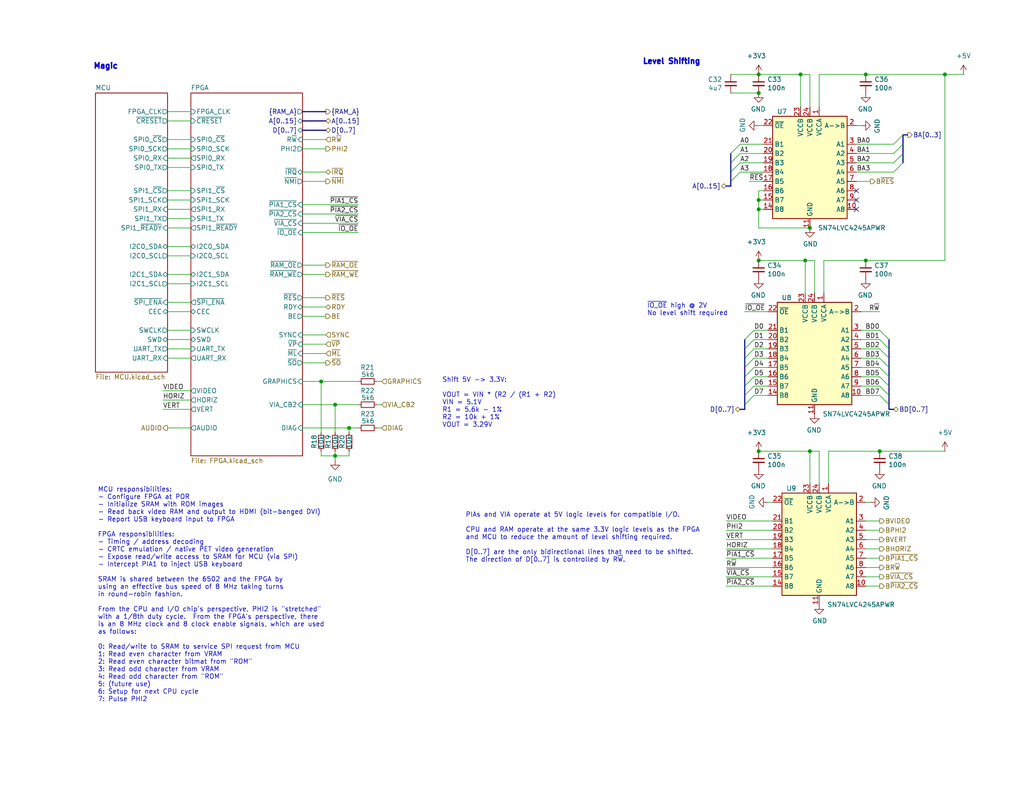
<source format=kicad_sch>
(kicad_sch (version 20231120) (generator "eeschema") (generator_version "8.0")
  (paper "A")
  (title_block (title "EconoPET 40/8096") (date "2023-10-01") (rev "A"))
  (lib_symbols
    (symbol "Device:C_Small" (pin_numbers hide) (pin_names (offset 0.254) hide)
      (property "Reference" "C" (at 0.254 1.778 0))
      (property "Value" "C_Small" (at 0.254 -2.032 0))
      (symbol "C_Small_0_1"
        (polyline (pts (xy -1.524 -0.508) (xy 1.524 -0.508)) (stroke (width 0.3302)))
        (polyline (pts (xy -1.524 0.508) (xy 1.524 0.508)) (stroke (width 0.3048)))
      )
      (symbol "C_Small_1_1"
        (pin passive line (at 0 2.54 270) (length 2.032) (name "~") (number "1"))
        (pin passive line (at 0 -2.54 90) (length 2.032) (name "~") (number "2"))
      )
    )
    (symbol "Device:R_Small" (pin_numbers hide) (pin_names (offset 0.254) hide)
      (property "Reference" "R" (at 0.762 0.508 0))
      (property "Value" "R_Small" (at 0.762 -1.016 0))
      (symbol "R_Small_0_1"
        (rectangle (start -0.762 1.778) (end 0.762 -1.778) (stroke (width 0.2032)))
      )
      (symbol "R_Small_1_1"
        (pin passive line (at 0 2.54 270) (length 0.762) (name "~") (number "1"))
        (pin passive line (at 0 -2.54 90) (length 0.762) (name "~") (number "2"))
      )
    )
    (symbol "EconoPET:SN74LVC8T245"
      (property "Reference" "U" (at 7.62 13.97 0))
      (property "Value" "SN74LVC4245APWR" (at -11.43 -17.78 0))
      (symbol "SN74LVC8T245_0_1"
        (rectangle (start -10.16 12.7) (end 10.16 -15.24) (stroke (width 0.254)) (fill (type background)))
      )
      (symbol "SN74LVC8T245_1_1"
        (pin power_in line (at -2.54 15.24 270) (length 2.54) (name "VCCA") (number "1"))
        (pin bidirectional line (at -12.7 -12.7 0) (length 2.54) (name "A8") (number "10"))
        (pin power_in line (at 0 -17.78 90) (length 2.54) (name "GND") (number "11"))
        (pin passive line (at 0 -17.78 90) (length 2.54) hide (name "GND") (number "12"))
        (pin passive line (at 0 -17.78 90) (length 2.54) hide (name "GND") (number "13"))
        (pin bidirectional line (at 12.7 -12.7 180) (length 2.54) (name "B8") (number "14"))
        (pin bidirectional line (at 12.7 -10.16 180) (length 2.54) (name "B7") (number "15"))
        (pin bidirectional line (at 12.7 -7.62 180) (length 2.54) (name "B6") (number "16"))
        (pin bidirectional line (at 12.7 -5.08 180) (length 2.54) (name "B5") (number "17"))
        (pin bidirectional line (at 12.7 -2.54 180) (length 2.54) (name "B4") (number "18"))
        (pin bidirectional line (at 12.7 0 180) (length 2.54) (name "B3") (number "19"))
        (pin input line (at -12.7 10.16 0) (length 2.54) (name "A->B") (number "2"))
        (pin bidirectional line (at 12.7 2.54 180) (length 2.54) (name "B2") (number "20"))
        (pin bidirectional line (at 12.7 5.08 180) (length 2.54) (name "B1") (number "21"))
        (pin input line (at 12.7 10.16 180) (length 2.54) (name "~{OE}") (number "22"))
        (pin power_in line (at 2.54 15.24 270) (length 2.54) (name "VCCB") (number "23"))
        (pin power_in line (at 0 15.24 270) (length 2.54) (name "VCCB") (number "24"))
        (pin bidirectional line (at -12.7 5.08 0) (length 2.54) (name "A1") (number "3"))
        (pin bidirectional line (at -12.7 2.54 0) (length 2.54) (name "A2") (number "4"))
        (pin bidirectional line (at -12.7 0 0) (length 2.54) (name "A3") (number "5"))
        (pin bidirectional line (at -12.7 -2.54 0) (length 2.54) (name "A4") (number "6"))
        (pin bidirectional line (at -12.7 -5.08 0) (length 2.54) (name "A5") (number "7"))
        (pin bidirectional line (at -12.7 -7.62 0) (length 2.54) (name "A6") (number "8"))
        (pin bidirectional line (at -12.7 -10.16 0) (length 2.54) (name "A7") (number "9"))
      )
    )
    (symbol "power:+3V3" (power) (pin_numbers hide) (pin_names (offset 0) hide)
      (property "Value" "+3V3" (at 0 3.556 0))
      (symbol "+3V3_0_1"
        (polyline (pts (xy -0.762 1.27) (xy 0 2.54)))
        (polyline (pts (xy 0 0) (xy 0 2.54)))
        (polyline (pts (xy 0 2.54) (xy 0.762 1.27)))
      )
      (symbol "+3V3_1_1"
        (pin power_in line (at 0 0 90) (length 0) (name "~") (number "1"))
      )
    )
    (symbol "power:+5V" (power) (pin_numbers hide) (pin_names (offset 0) hide)
      (property "Value" "+5V" (at 0 3.556 0))
      (symbol "+5V_0_1"
        (polyline (pts (xy -0.762 1.27) (xy 0 2.54)))
        (polyline (pts (xy 0 0) (xy 0 2.54)))
        (polyline (pts (xy 0 2.54) (xy 0.762 1.27)))
      )
      (symbol "+5V_1_1"
        (pin power_in line (at 0 0 90) (length 0) (name "~") (number "1"))
      )
    )
    (symbol "power:GND" (power) (pin_numbers hide) (pin_names (offset 0) hide)
      (property "Value" "GND" (at 0 -3.81 0))
      (symbol "GND_0_1"
        (polyline (pts (xy 0 0) (xy 0 -1.27) (xy 1.27 -1.27) (xy 0 -2.54) (xy -1.27 -1.27) (xy 0 -1.27)))
      )
      (symbol "GND_1_1"
        (pin power_in line (at 0 0 270) (length 0) (name "~") (number "1"))
      )
    )
  )
  (junction (at 218.44 20.32))
  (junction (at 207.01 57.15))
  (junction (at 220.98 62.23))
  (junction (at 91.44 124.46))
  (junction (at 207.01 71.12))
  (junction (at 207.01 20.32))
  (junction (at 236.22 20.32))
  (junction (at 219.71 71.12))
  (junction (at 207.01 123.19))
  (junction (at 91.44 110.49))
  (junction (at 257.81 20.32))
  (junction (at 220.98 123.19))
  (junction (at 207.01 54.61))
  (junction (at 236.22 71.12))
  (junction (at 95.25 116.84))
  (junction (at 87.63 104.14))
  (junction (at 240.03 123.19))
  (junction (at 207.01 25.4))
  (no_connect (at 233.68 52.07))
  (no_connect (at 233.68 54.61))
  (no_connect (at 233.68 57.15))
  (bus_entry (at 240.03 90.17) (size 2.54 2.54))
  (bus_entry (at 205.74 102.87) (size -2.54 2.54))
  (bus_entry (at 243.84 39.37) (size 2.54 -2.54))
  (bus_entry (at 240.03 97.79) (size 2.54 2.54))
  (bus_entry (at 240.03 92.71) (size 2.54 2.54))
  (bus_entry (at 240.03 107.95) (size 2.54 2.54))
  (bus_entry (at 205.74 90.17) (size -2.54 2.54))
  (bus_entry (at 201.93 44.45) (size -2.54 2.54))
  (bus_entry (at 201.93 39.37) (size -2.54 2.54))
  (bus_entry (at 205.74 100.33) (size -2.54 2.54))
  (bus_entry (at 205.74 92.71) (size -2.54 2.54))
  (bus_entry (at 243.84 46.99) (size 2.54 -2.54))
  (bus_entry (at 240.03 105.41) (size 2.54 2.54))
  (bus_entry (at 205.74 107.95) (size -2.54 2.54))
  (bus_entry (at 205.74 95.25) (size -2.54 2.54))
  (bus_entry (at 243.84 44.45) (size 2.54 -2.54))
  (bus_entry (at 201.93 46.99) (size -2.54 2.54))
  (bus_entry (at 240.03 100.33) (size 2.54 2.54))
  (bus_entry (at 205.74 105.41) (size -2.54 2.54))
  (bus_entry (at 205.74 97.79) (size -2.54 2.54))
  (bus_entry (at 240.03 102.87) (size 2.54 2.54))
  (bus_entry (at 243.84 41.91) (size 2.54 -2.54))
  (bus_entry (at 201.93 41.91) (size -2.54 2.54))
  (bus_entry (at 240.03 95.25) (size 2.54 2.54))
  (wire (pts (xy 198.12 157.48) (xy 210.82 157.48)))
  (bus (pts (xy 201.93 111.76) (xy 203.2 111.76)))
  (wire (pts (xy 240.03 90.17) (xy 234.95 90.17)))
  (wire (pts (xy 257.81 20.32) (xy 262.89 20.32)))
  (wire (pts (xy 45.72 95.25) (xy 52.07 95.25)))
  (wire (pts (xy 82.55 116.84) (xy 95.25 116.84)))
  (wire (pts (xy 203.2 85.09) (xy 209.55 85.09)))
  (wire (pts (xy 82.55 46.99) (xy 88.9 46.99)))
  (wire (pts (xy 209.55 137.16) (xy 210.82 137.16)))
  (wire (pts (xy 205.74 107.95) (xy 209.55 107.95)))
  (wire (pts (xy 205.74 102.87) (xy 209.55 102.87)))
  (wire (pts (xy 45.72 43.18) (xy 52.07 43.18)))
  (wire (pts (xy 226.06 123.19) (xy 226.06 132.08)))
  (wire (pts (xy 102.87 104.14) (xy 104.14 104.14)))
  (wire (pts (xy 223.52 20.32) (xy 236.22 20.32)))
  (wire (pts (xy 82.55 91.44) (xy 88.9 91.44)))
  (wire (pts (xy 222.25 71.12) (xy 219.71 71.12)))
  (wire (pts (xy 233.68 39.37) (xy 243.84 39.37)))
  (wire (pts (xy 223.52 20.32) (xy 223.52 29.21)))
  (bus (pts (xy 203.2 92.71) (xy 203.2 95.25)))
  (bus (pts (xy 242.57 102.87) (xy 242.57 105.41)))
  (wire (pts (xy 240.03 100.33) (xy 234.95 100.33)))
  (wire (pts (xy 233.68 34.29) (xy 234.95 34.29)))
  (wire (pts (xy 82.55 49.53) (xy 88.9 49.53)))
  (wire (pts (xy 205.74 95.25) (xy 209.55 95.25)))
  (wire (pts (xy 102.87 110.49) (xy 104.14 110.49)))
  (wire (pts (xy 91.44 124.46) (xy 91.44 125.73)))
  (bus (pts (xy 203.2 105.41) (xy 203.2 107.95)))
  (wire (pts (xy 220.98 123.19) (xy 220.98 132.08)))
  (bus (pts (xy 199.39 44.45) (xy 199.39 41.91)))
  (wire (pts (xy 82.55 60.96) (xy 97.79 60.96)))
  (wire (pts (xy 218.44 20.32) (xy 218.44 29.21)))
  (wire (pts (xy 240.03 105.41) (xy 234.95 105.41)))
  (wire (pts (xy 82.55 99.06) (xy 88.9 99.06)))
  (wire (pts (xy 82.55 63.5) (xy 97.79 63.5)))
  (wire (pts (xy 198.12 154.94) (xy 210.82 154.94)))
  (wire (pts (xy 219.71 71.12) (xy 219.71 80.01)))
  (wire (pts (xy 207.01 54.61) (xy 208.28 54.61)))
  (wire (pts (xy 208.28 49.53) (xy 204.47 49.53)))
  (bus (pts (xy 199.39 49.53) (xy 199.39 50.8)))
  (wire (pts (xy 95.25 123.19) (xy 95.25 124.46)))
  (wire (pts (xy 207.01 54.61) (xy 207.01 57.15)))
  (wire (pts (xy 45.72 85.09) (xy 52.07 85.09)))
  (wire (pts (xy 45.72 67.31) (xy 52.07 67.31)))
  (wire (pts (xy 223.52 123.19) (xy 220.98 123.19)))
  (wire (pts (xy 82.55 72.39) (xy 88.9 72.39)))
  (wire (pts (xy 208.28 52.07) (xy 207.01 52.07)))
  (wire (pts (xy 208.28 39.37) (xy 201.93 39.37)))
  (bus (pts (xy 242.57 92.71) (xy 242.57 95.25)))
  (bus (pts (xy 246.38 41.91) (xy 246.38 44.45)))
  (wire (pts (xy 257.81 71.12) (xy 257.81 20.32)))
  (wire (pts (xy 205.74 100.33) (xy 209.55 100.33)))
  (wire (pts (xy 233.68 44.45) (xy 243.84 44.45)))
  (wire (pts (xy 82.55 55.88) (xy 97.79 55.88)))
  (wire (pts (xy 95.25 116.84) (xy 97.79 116.84)))
  (wire (pts (xy 91.44 110.49) (xy 97.79 110.49)))
  (wire (pts (xy 45.72 77.47) (xy 52.07 77.47)))
  (wire (pts (xy 201.93 46.99) (xy 208.28 46.99)))
  (wire (pts (xy 82.55 86.36) (xy 88.9 86.36)))
  (bus (pts (xy 203.2 95.25) (xy 203.2 97.79)))
  (wire (pts (xy 87.63 104.14) (xy 87.63 118.11)))
  (bus (pts (xy 242.57 105.41) (xy 242.57 107.95)))
  (wire (pts (xy 45.72 30.48) (xy 52.07 30.48)))
  (wire (pts (xy 207.01 71.12) (xy 219.71 71.12)))
  (wire (pts (xy 236.22 152.4) (xy 240.03 152.4)))
  (bus (pts (xy 203.2 102.87) (xy 203.2 105.41)))
  (wire (pts (xy 207.01 34.29) (xy 208.28 34.29)))
  (wire (pts (xy 207.01 123.19) (xy 220.98 123.19)))
  (wire (pts (xy 87.63 124.46) (xy 91.44 124.46)))
  (wire (pts (xy 102.87 116.84) (xy 104.14 116.84)))
  (wire (pts (xy 208.28 44.45) (xy 201.93 44.45)))
  (bus (pts (xy 242.57 97.79) (xy 242.57 100.33)))
  (wire (pts (xy 199.39 25.4) (xy 207.01 25.4)))
  (wire (pts (xy 208.28 41.91) (xy 201.93 41.91)))
  (bus (pts (xy 82.55 35.56) (xy 88.9 35.56)))
  (bus (pts (xy 243.84 111.76) (xy 242.57 111.76)))
  (bus (pts (xy 246.38 39.37) (xy 246.38 41.91)))
  (wire (pts (xy 91.44 123.19) (xy 91.44 124.46)))
  (wire (pts (xy 198.12 142.24) (xy 210.82 142.24)))
  (wire (pts (xy 205.74 105.41) (xy 209.55 105.41)))
  (bus (pts (xy 246.38 36.83) (xy 246.38 39.37)))
  (wire (pts (xy 199.39 20.32) (xy 207.01 20.32)))
  (wire (pts (xy 240.03 107.95) (xy 234.95 107.95)))
  (wire (pts (xy 198.12 160.02) (xy 210.82 160.02)))
  (wire (pts (xy 220.98 62.23) (xy 207.01 62.23)))
  (wire (pts (xy 240.03 97.79) (xy 234.95 97.79)))
  (wire (pts (xy 91.44 124.46) (xy 95.25 124.46)))
  (bus (pts (xy 199.39 46.99) (xy 199.39 44.45)))
  (wire (pts (xy 220.98 20.32) (xy 220.98 29.21)))
  (wire (pts (xy 87.63 104.14) (xy 97.79 104.14)))
  (wire (pts (xy 236.22 157.48) (xy 240.03 157.48)))
  (wire (pts (xy 210.82 144.78) (xy 198.12 144.78)))
  (wire (pts (xy 45.72 33.02) (xy 52.07 33.02)))
  (wire (pts (xy 240.03 123.19) (xy 257.81 123.19)))
  (wire (pts (xy 45.72 57.15) (xy 52.07 57.15)))
  (wire (pts (xy 207.01 57.15) (xy 208.28 57.15)))
  (wire (pts (xy 240.03 102.87) (xy 234.95 102.87)))
  (wire (pts (xy 45.72 38.1) (xy 52.07 38.1)))
  (wire (pts (xy 207.01 20.32) (xy 218.44 20.32)))
  (wire (pts (xy 205.74 97.79) (xy 209.55 97.79)))
  (wire (pts (xy 45.72 97.79) (xy 52.07 97.79)))
  (wire (pts (xy 198.12 152.4) (xy 210.82 152.4)))
  (wire (pts (xy 82.55 96.52) (xy 88.9 96.52)))
  (wire (pts (xy 240.03 92.71) (xy 234.95 92.71)))
  (wire (pts (xy 236.22 20.32) (xy 257.81 20.32)))
  (wire (pts (xy 233.68 46.99) (xy 243.84 46.99)))
  (wire (pts (xy 222.25 80.01) (xy 222.25 71.12)))
  (wire (pts (xy 224.79 71.12) (xy 236.22 71.12)))
  (wire (pts (xy 52.07 111.76) (xy 44.45 111.76)))
  (wire (pts (xy 95.25 116.84) (xy 95.25 118.11)))
  (bus (pts (xy 242.57 95.25) (xy 242.57 97.79)))
  (wire (pts (xy 233.68 41.91) (xy 243.84 41.91)))
  (wire (pts (xy 224.79 71.12) (xy 224.79 80.01)))
  (wire (pts (xy 205.74 90.17) (xy 209.55 90.17)))
  (wire (pts (xy 240.03 95.25) (xy 234.95 95.25)))
  (wire (pts (xy 82.55 110.49) (xy 91.44 110.49)))
  (wire (pts (xy 45.72 59.69) (xy 52.07 59.69)))
  (wire (pts (xy 237.49 137.16) (xy 236.22 137.16)))
  (bus (pts (xy 203.2 110.49) (xy 203.2 111.76)))
  (wire (pts (xy 45.72 54.61) (xy 52.07 54.61)))
  (wire (pts (xy 45.72 69.85) (xy 52.07 69.85)))
  (wire (pts (xy 82.55 58.42) (xy 97.79 58.42)))
  (wire (pts (xy 218.44 20.32) (xy 220.98 20.32)))
  (wire (pts (xy 45.72 116.84) (xy 52.07 116.84)))
  (wire (pts (xy 236.22 71.12) (xy 257.81 71.12)))
  (wire (pts (xy 236.22 154.94) (xy 240.03 154.94)))
  (bus (pts (xy 242.57 110.49) (xy 242.57 111.76)))
  (wire (pts (xy 82.55 83.82) (xy 88.9 83.82)))
  (wire (pts (xy 240.03 149.86) (xy 236.22 149.86)))
  (wire (pts (xy 52.07 109.22) (xy 44.45 109.22)))
  (bus (pts (xy 199.39 49.53) (xy 199.39 46.99)))
  (wire (pts (xy 236.22 142.24) (xy 240.03 142.24)))
  (wire (pts (xy 82.55 74.93) (xy 88.9 74.93)))
  (wire (pts (xy 45.72 74.93) (xy 52.07 74.93)))
  (wire (pts (xy 87.63 123.19) (xy 87.63 124.46)))
  (wire (pts (xy 210.82 147.32) (xy 198.12 147.32)))
  (wire (pts (xy 45.72 52.07) (xy 52.07 52.07)))
  (wire (pts (xy 226.06 123.19) (xy 240.03 123.19)))
  (wire (pts (xy 91.44 110.49) (xy 91.44 118.11)))
  (bus (pts (xy 203.2 100.33) (xy 203.2 102.87)))
  (wire (pts (xy 45.72 40.64) (xy 52.07 40.64)))
  (wire (pts (xy 207.01 52.07) (xy 207.01 54.61)))
  (bus (pts (xy 242.57 107.95) (xy 242.57 110.49)))
  (wire (pts (xy 82.55 104.14) (xy 87.63 104.14)))
  (wire (pts (xy 52.07 106.68) (xy 44.45 106.68)))
  (wire (pts (xy 236.22 160.02) (xy 240.03 160.02)))
  (wire (pts (xy 45.72 62.23) (xy 52.07 62.23)))
  (bus (pts (xy 203.2 107.95) (xy 203.2 110.49)))
  (bus (pts (xy 247.65 36.83) (xy 246.38 36.83)))
  (wire (pts (xy 82.55 38.1) (xy 88.9 38.1)))
  (bus (pts (xy 198.12 50.8) (xy 199.39 50.8)))
  (bus (pts (xy 82.55 33.02) (xy 88.9 33.02)))
  (wire (pts (xy 82.55 93.98) (xy 88.9 93.98)))
  (wire (pts (xy 45.72 82.55) (xy 52.07 82.55)))
  (wire (pts (xy 205.74 92.71) (xy 209.55 92.71)))
  (wire (pts (xy 207.01 62.23) (xy 207.01 57.15)))
  (wire (pts (xy 82.55 81.28) (xy 88.9 81.28)))
  (wire (pts (xy 45.72 90.17) (xy 52.07 90.17)))
  (bus (pts (xy 82.55 30.48) (xy 88.9 30.48)))
  (wire (pts (xy 236.22 144.78) (xy 240.03 144.78)))
  (bus (pts (xy 242.57 100.33) (xy 242.57 102.87)))
  (wire (pts (xy 82.55 40.64) (xy 88.9 40.64)))
  (wire (pts (xy 236.22 147.32) (xy 240.03 147.32)))
  (wire (pts (xy 210.82 149.86) (xy 198.12 149.86)))
  (wire (pts (xy 234.95 85.09) (xy 240.03 85.09)))
  (bus (pts (xy 203.2 97.79) (xy 203.2 100.33)))
  (wire (pts (xy 223.52 132.08) (xy 223.52 123.19)))
  (wire (pts (xy 45.72 45.72) (xy 52.07 45.72)))
  (wire (pts (xy 45.72 92.71) (xy 52.07 92.71)))
  (wire (pts (xy 233.68 49.53) (xy 237.49 49.53)))
  (text "PIAs and VIA operate at 5V logic levels for compatible I/O.\n\nCPU and RAM operate at the same 3.3V logic levels as the FPGA\nand MCU to reduce the amount of level shifting required.\n\nD[0..7] are the only bidirectional lines that need to be shifted.\nThe direction of D[0..7] is controlled by R~{W}." (at 127 153.67 0) (effects (font (size 1.27 1.27)) (justify left bottom)))
  (text "Level Shifting" (at 175.26 17.78 0) (effects (font (size 1.5 1.5) (thickness 0.8) (bold yes)) (justify left bottom)))
  (text "Magic" (at 25.4 19.05 0) (effects (font (size 1.5 1.5) (thickness 0.8) (bold yes)) (justify left bottom)))
  (text "MCU responsibilities:\n- Configure FPGA at POR\n- Initialize SRAM with ROM images\n- Read back video RAM and output to HDMI (bit-banged DVI)\n- Report USB keyboard input to FPGA\n\nFPGA responsibilities:\n- Timing / address decoding\n- CRTC emulation / native PET video generation\n- Expose read/write access to SRAM for MCU (via SPI)\n- Intercept PIA1 to inject USB keyboard\n\nSRAM is shared between the 6502 and the FPGA by\nusing an effective bus speed of 8 MHz taking turns\nin round-robin fashion.\n\nFrom the CPU and I/O chip's perspective, PHI2 is \"stretched\"\nwith a 1/8th duty cycle.  From the FPGA's perspective, there\nis an 8 MHz clock and 8 clock enable signals, which are used\nas follows:\n\n0: Read/write to SRAM to service SPI request from MCU\n1: Read even character from VRAM\n2: Read even character bitmat from \"ROM\"\n3: Read odd character from VRAM\n4: Read odd character from \"ROM\"\n5: (future use)\n6: Setup for next CPU cycle\n7: Pulse PHI2" (at 26.67 191.77 0) (effects (font (size 1.27 1.27)) (justify left bottom)))
  (text "~{IO_OE} high @ 2V\nNo level shift required" (at 176.53 86.36 0) (effects (font (size 1.27 1.27)) (justify left bottom)))
  (text "Shift 5V -> 3.3V:\n\nVOUT = VIN * (R2 / (R1 + R2)\nVIN = 5.1V\nR1 = 5.6k - 1%\nR2 = 10k + 1%\nVOUT = 3.29V" (at 120.65 116.84 0) (effects (font (size 1.27 1.27)) (justify left bottom)))
  (label "~{IO_OE}" (at 203.2 85.09 0))
  (label "~{IO_OE}" (at 97.79 63.5 180))
  (label "BA3" (at 237.49 46.99 180))
  (label "D7" (at 205.74 107.95 0))
  (label "D0" (at 205.74 90.17 0))
  (label "A1" (at 201.93 41.91 0))
  (label "BA1" (at 237.49 41.91 180))
  (label "BD5" (at 240.03 102.87 180))
  (label "BD7" (at 240.03 107.95 180))
  (label "A0" (at 201.93 39.37 0))
  (label "~{RES}" (at 204.47 49.53 0))
  (label "~{PIA1_CS}" (at 97.79 55.88 180))
  (label "A2" (at 201.93 44.45 0))
  (label "PHI2" (at 198.12 144.78 0))
  (label "BD6" (at 240.03 105.41 180))
  (label "D1" (at 205.74 92.71 0))
  (label "~{VIA_CS}" (at 97.79 60.96 180))
  (label "HORIZ" (at 44.45 109.22 0))
  (label "A3" (at 201.93 46.99 0))
  (label "D2" (at 205.74 95.25 0))
  (label "R~{W}" (at 240.03 85.09 180))
  (label "D4" (at 205.74 100.33 0))
  (label "~{PIA1_CS}" (at 198.12 152.4 0))
  (label "D3" (at 205.74 97.79 0))
  (label "R~{W}" (at 198.12 154.94 0))
  (label "BD3" (at 240.03 97.79 180))
  (label "~{PIA2_CS}" (at 97.79 58.42 180))
  (label "D5" (at 205.74 102.87 0))
  (label "~{VIA_CS}" (at 198.12 157.48 0))
  (label "BD0" (at 240.03 90.17 180))
  (label "VERT" (at 44.45 111.76 0))
  (label "D6" (at 205.74 105.41 0))
  (label "HORIZ" (at 198.12 149.86 0))
  (label "BA2" (at 237.49 44.45 180))
  (label "VIDEO" (at 44.45 106.68 0))
  (label "VIDEO" (at 198.12 142.24 0))
  (label "BD4" (at 240.03 100.33 180))
  (label "BD1" (at 240.03 92.71 180))
  (label "~{PIA2_CS}" (at 198.12 160.02 0))
  (label "VERT" (at 198.12 147.32 0))
  (label "BD2" (at 240.03 95.25 180))
  (label "BA0" (at 237.49 39.37 180))
  (hierarchical_label "~{NMI}" (shape output) (at 88.9 49.53 0))
  (hierarchical_label "~{SO}" (shape output) (at 88.9 99.06 0))
  (hierarchical_label "{RAM_A}" (shape output) (at 88.9 30.48 0))
  (hierarchical_label "PHI2" (shape output) (at 88.9 40.64 0))
  (hierarchical_label "R~{W}" (shape input) (at 88.9 38.1 0))
  (hierarchical_label "B~{PIA1_CS}" (shape output) (at 240.03 152.4 0))
  (hierarchical_label "SYNC" (shape input) (at 88.9 91.44 0))
  (hierarchical_label "DIAG" (shape input) (at 104.14 116.84 0))
  (hierarchical_label "RDY" (shape bidirectional) (at 88.9 83.82 0))
  (hierarchical_label "D[0..7]" (shape bidirectional) (at 88.9 35.56 0))
  (hierarchical_label "B~{RES}" (shape output) (at 237.49 49.53 0))
  (hierarchical_label "D[0..7]" (shape bidirectional) (at 201.93 111.76 180))
  (hierarchical_label "~{ML}" (shape input) (at 88.9 96.52 0))
  (hierarchical_label "B~{PIA2_CS}" (shape output) (at 240.03 160.02 0))
  (hierarchical_label "A[0..15]" (shape bidirectional) (at 198.12 50.8 180))
  (hierarchical_label "BVIDEO" (shape output) (at 240.03 142.24 0))
  (hierarchical_label "~{RES}" (shape output) (at 88.9 81.28 0))
  (hierarchical_label "AUDIO" (shape output) (at 45.72 116.84 180))
  (hierarchical_label "BD[0..7]" (shape bidirectional) (at 243.84 111.76 0))
  (hierarchical_label "VIA_CB2" (shape input) (at 104.14 110.49 0))
  (hierarchical_label "B~{VIA_CS}" (shape output) (at 240.03 157.48 0))
  (hierarchical_label "BHORIZ" (shape output) (at 240.03 149.86 0))
  (hierarchical_label "~{IRQ}" (shape bidirectional) (at 88.9 46.99 0))
  (hierarchical_label "BE" (shape output) (at 88.9 86.36 0))
  (hierarchical_label "BA[0..3]" (shape output) (at 247.65 36.83 0))
  (hierarchical_label "BR~{W}" (shape output) (at 240.03 154.94 0))
  (hierarchical_label "BVERT" (shape output) (at 240.03 147.32 0))
  (hierarchical_label "~{RAM_WE}" (shape output) (at 88.9 74.93 0))
  (hierarchical_label "~{RAM_OE}" (shape output) (at 88.9 72.39 0))
  (hierarchical_label "~{VP}" (shape input) (at 88.9 93.98 0))
  (hierarchical_label "BPHI2" (shape output) (at 240.03 144.78 0))
  (hierarchical_label "A[0..15]" (shape bidirectional) (at 88.9 33.02 0))
  (hierarchical_label "GRAPHICS" (shape input) (at 104.14 104.14 0))
  (symbol (lib_id "EconoPET:SN74LVC8T245") (at 220.98 44.45 0) (mirror y) (unit 1)
    (property "Reference" "U7" (at 213.36 30.48 0))
    (property "Value" "SN74LVC4245APWR" (at 232.41 62.23 0))
    (property "Footprint" "Package_SO:TSSOP-24_4.4x7.8mm_P0.65mm" (effects (hide yes)))
    (property "Datasheet" "https://datasheet.lcsc.com/lcsc/1809192324_Texas-Instruments-SN74LVC4245APWR_C7859.pdf" (effects (hide yes)))
    (property "LCSC" "C7859" (effects (hide yes)))
  )
  (symbol (lib_id "EconoPET:SN74LVC8T245") (at 223.52 147.32 0) (mirror y) (unit 1)
    (property "Reference" "U9" (at 215.9 133.35 0))
    (property "Value" "SN74LVC4245APWR" (at 234.95 165.1 0))
    (property "Footprint" "Package_SO:TSSOP-24_4.4x7.8mm_P0.65mm" (effects (hide yes)))
    (property "Datasheet" "https://datasheet.lcsc.com/lcsc/1809192324_Texas-Instruments-SN74LVC4245APWR_C7859.pdf" (effects (hide yes)))
    (property "LCSC" "C7859" (effects (hide yes)))
  )
  (symbol (lib_id "EconoPET:SN74LVC8T245") (at 222.25 95.25 0) (mirror y) (unit 1)
    (property "Reference" "U8" (at 214.63 81.28 0))
    (property "Value" "SN74LVC4245APWR" (at 233.68 113.03 0))
    (property "Footprint" "Package_SO:TSSOP-24_4.4x7.8mm_P0.65mm" (effects (hide yes)))
    (property "Datasheet" "https://datasheet.lcsc.com/lcsc/1809192324_Texas-Instruments-SN74LVC4245APWR_C7859.pdf" (effects (hide yes)))
    (property "LCSC" "C7859" (effects (hide yes)))
  )
  (symbol (lib_id "power:+3V3") (at 207.01 71.12 0) (mirror y) (unit 1)
    (property "Reference" "#PWR038" (effects (hide yes)))
    (property "Value" "+3V3" (at 206.375 66.04 0))
    (property "Description" "Power symbol creates a global label with name \"+3V3\"" (effects (hide yes)))
  )
  (symbol (lib_id "power:GND") (at 220.98 62.23 0) (unit 1)
    (property "Reference" "#PWR043" (effects (hide yes)))
    (property "Value" "GND" (at 221.107 66.6242 0))
    (property "Description" "Power symbol creates a global label with name \"GND\" , ground" (effects (hide yes)))
  )
  (symbol (lib_id "power:GND") (at 222.25 113.03 0) (mirror y) (unit 1)
    (property "Reference" "#PWR044" (effects (hide yes)))
    (property "Value" "GND" (at 222.123 117.4242 0))
    (property "Description" "Power symbol creates a global label with name \"GND\" , ground" (effects (hide yes)))
  )
  (symbol (lib_id "power:GND") (at 223.52 165.1 0) (unit 1)
    (property "Reference" "#PWR045" (effects (hide yes)))
    (property "Value" "GND" (at 223.647 169.4942 0))
    (property "Description" "Power symbol creates a global label with name \"GND\" , ground" (effects (hide yes)))
  )
  (symbol (lib_id "power:+3V3") (at 207.01 20.32 0) (mirror y) (unit 1)
    (property "Reference" "#PWR035" (effects (hide yes)))
    (property "Value" "+3V3" (at 206.375 15.24 0))
    (property "Description" "Power symbol creates a global label with name \"+3V3\"" (effects (hide yes)))
  )
  (symbol (lib_id "power:GND") (at 207.01 34.29 270) (mirror x) (unit 1)
    (property "Reference" "#PWR037" (effects (hide yes)))
    (property "Value" "GND" (at 202.6158 34.163 0))
    (property "Description" "Power symbol creates a global label with name \"GND\" , ground" (effects (hide yes)))
  )
  (symbol (lib_id "Device:C_Small") (at 207.01 22.86 0) (unit 1)
    (property "Reference" "C33" (at 209.3468 21.6916 0) (effects (justify left)))
    (property "Value" "100n" (at 209.3468 24.003 0) (effects (justify left)))
    (property "Footprint" "Capacitor_SMD:C_0402_1005Metric" (effects (hide yes)))
    (property "Datasheet" "https://datasheet.lcsc.com/lcsc/2304140030_Samsung-Electro-Mechanics-CL05B104KB54PNC_C307331.pdf" (effects (hide yes)))
    (property "LCSC" "C307331" (effects (hide yes)))
  )
  (symbol (lib_id "Device:C_Small") (at 207.01 125.73 0) (unit 1)
    (property "Reference" "C35" (at 209.3468 124.5616 0) (effects (justify left)))
    (property "Value" "100n" (at 209.3468 126.873 0) (effects (justify left)))
    (property "Footprint" "Capacitor_SMD:C_0402_1005Metric" (effects (hide yes)))
    (property "Datasheet" "https://datasheet.lcsc.com/lcsc/2304140030_Samsung-Electro-Mechanics-CL05B104KB54PNC_C307331.pdf" (effects (hide yes)))
    (property "LCSC" "C307331" (effects (hide yes)))
  )
  (symbol (lib_id "power:GND") (at 209.55 137.16 270) (mirror x) (unit 1)
    (property "Reference" "#PWR042" (effects (hide yes)))
    (property "Value" "GND" (at 205.1558 137.033 0))
    (property "Description" "Power symbol creates a global label with name \"GND\" , ground" (effects (hide yes)))
  )
  (symbol (lib_id "power:GND") (at 237.49 137.16 90) (mirror x) (unit 1)
    (property "Reference" "#PWR049" (effects (hide yes)))
    (property "Value" "GND" (at 241.8842 137.287 0))
    (property "Description" "Power symbol creates a global label with name \"GND\" , ground" (effects (hide yes)))
  )
  (symbol (lib_id "power:GND") (at 234.95 34.29 90) (mirror x) (unit 1)
    (property "Reference" "#PWR046" (effects (hide yes)))
    (property "Value" "GND" (at 239.3442 34.417 0))
    (property "Description" "Power symbol creates a global label with name \"GND\" , ground" (effects (hide yes)))
  )
  (symbol (lib_id "Device:C_Small") (at 236.22 22.86 0) (unit 1)
    (property "Reference" "C36" (at 238.5568 21.6916 0) (effects (justify left)))
    (property "Value" "100n" (at 238.5568 24.003 0) (effects (justify left)))
    (property "Footprint" "Capacitor_SMD:C_0402_1005Metric" (effects (hide yes)))
    (property "Datasheet" "https://datasheet.lcsc.com/lcsc/2304140030_Samsung-Electro-Mechanics-CL05B104KB54PNC_C307331.pdf" (effects (hide yes)))
    (property "LCSC" "C307331" (effects (hide yes)))
  )
  (symbol (lib_id "Device:C_Small") (at 240.03 125.73 0) (unit 1)
    (property "Reference" "C38" (at 242.3668 124.5616 0) (effects (justify left)))
    (property "Value" "100n" (at 242.3668 126.873 0) (effects (justify left)))
    (property "Footprint" "Capacitor_SMD:C_0402_1005Metric" (effects (hide yes)))
    (property "Datasheet" "https://datasheet.lcsc.com/lcsc/2304140030_Samsung-Electro-Mechanics-CL05B104KB54PNC_C307331.pdf" (effects (hide yes)))
    (property "LCSC" "C307331" (effects (hide yes)))
  )
  (symbol (lib_id "Device:C_Small") (at 236.22 73.66 0) (unit 1)
    (property "Reference" "C37" (at 238.5568 72.4916 0) (effects (justify left)))
    (property "Value" "100n" (at 238.5568 74.803 0) (effects (justify left)))
    (property "Footprint" "Capacitor_SMD:C_0402_1005Metric" (effects (hide yes)))
    (property "Datasheet" "https://datasheet.lcsc.com/lcsc/2304140030_Samsung-Electro-Mechanics-CL05B104KB54PNC_C307331.pdf" (effects (hide yes)))
    (property "LCSC" "C307331" (effects (hide yes)))
  )
  (symbol (lib_id "Device:C_Small") (at 207.01 73.66 0) (unit 1)
    (property "Reference" "C34" (at 209.3468 72.4916 0) (effects (justify left)))
    (property "Value" "100n" (at 209.3468 74.803 0) (effects (justify left)))
    (property "Footprint" "Capacitor_SMD:C_0402_1005Metric" (effects (hide yes)))
    (property "Datasheet" "https://datasheet.lcsc.com/lcsc/2304140030_Samsung-Electro-Mechanics-CL05B104KB54PNC_C307331.pdf" (effects (hide yes)))
    (property "LCSC" "C307331" (effects (hide yes)))
  )
  (symbol (lib_id "power:GND") (at 207.01 25.4 0) (mirror y) (unit 1)
    (property "Reference" "#PWR036" (effects (hide yes)))
    (property "Value" "GND" (at 206.883 29.7942 0))
    (property "Description" "Power symbol creates a global label with name \"GND\" , ground" (effects (hide yes)))
  )
  (symbol (lib_id "Device:R_Small") (at 100.33 116.84 90) (unit 1)
    (property "Reference" "R23" (at 102.235 113.03 90) (effects (justify left)))
    (property "Value" "5k6" (at 102.235 114.935 90) (effects (justify left)))
    (property "Footprint" "Resistor_SMD:R_0402_1005Metric" (effects (hide yes)))
    (property "Datasheet" "https://datasheet.lcsc.com/lcsc/2206010045_UNI-ROYAL-Uniroyal-Elec-0402WGF5601TCE_C25908.pdf" (effects (hide yes)))
    (property "LCSC" "C25908" (effects (hide yes)))
  )
  (symbol (lib_id "power:+5V") (at 257.81 123.19 0) (unit 1)
    (property "Reference" "#PWR051" (effects (hide yes)))
    (property "Value" "+5V" (at 257.81 118.11 0))
    (property "Description" "Power symbol creates a global label with name \"+5V\"" (effects (hide yes)))
  )
  (symbol (lib_id "Device:R_Small") (at 100.33 110.49 90) (unit 1)
    (property "Reference" "R22" (at 102.235 106.68 90) (effects (justify left)))
    (property "Value" "5k6" (at 102.235 108.585 90) (effects (justify left)))
    (property "Footprint" "Resistor_SMD:R_0402_1005Metric" (effects (hide yes)))
    (property "Datasheet" "https://datasheet.lcsc.com/lcsc/2206010045_UNI-ROYAL-Uniroyal-Elec-0402WGF5601TCE_C25908.pdf" (effects (hide yes)))
    (property "LCSC" "C25908" (effects (hide yes)))
  )
  (symbol (lib_id "Device:R_Small") (at 100.33 104.14 90) (unit 1)
    (property "Reference" "R21" (at 102.235 100.33 90) (effects (justify left)))
    (property "Value" "5k6" (at 102.235 102.235 90) (effects (justify left)))
    (property "Footprint" "Resistor_SMD:R_0402_1005Metric" (effects (hide yes)))
    (property "Datasheet" "https://datasheet.lcsc.com/lcsc/2206010045_UNI-ROYAL-Uniroyal-Elec-0402WGF5601TCE_C25908.pdf" (effects (hide yes)))
    (property "LCSC" "C25908" (effects (hide yes)))
  )
  (symbol (lib_id "power:GND") (at 91.44 125.73 0) (unit 1)
    (property "Reference" "#PWR034" (effects (hide yes)))
    (property "Value" "GND" (at 91.44 130.81 0))
    (property "Description" "Power symbol creates a global label with name \"GND\" , ground" (effects (hide yes)))
  )
  (symbol (lib_id "power:GND") (at 236.22 76.2 0) (mirror y) (unit 1)
    (property "Reference" "#PWR048" (effects (hide yes)))
    (property "Value" "GND" (at 236.093 80.5942 0))
    (property "Description" "Power symbol creates a global label with name \"GND\" , ground" (effects (hide yes)))
  )
  (symbol (lib_id "Device:R_Small") (at 95.25 120.65 0) (unit 1)
    (property "Reference" "R20" (at 93.345 122.555 90) (effects (justify left)))
    (property "Value" "10k" (at 95.25 122.555 90) (effects (justify left)))
    (property "Footprint" "Resistor_SMD:R_0402_1005Metric" (effects (hide yes)))
    (property "Datasheet" "https://datasheet.lcsc.com/lcsc/2206010100_UNI-ROYAL-Uniroyal-Elec-0402WGF1002TCE_C25744.pdf" (effects (hide yes)))
    (property "LCSC" "C25744" (effects (hide yes)))
  )
  (symbol (lib_id "Device:C_Small") (at 199.39 22.86 0) (mirror y) (unit 1)
    (property "Reference" "C32" (at 197.0532 21.6916 0) (effects (justify left)))
    (property "Value" "4u7" (at 197.0532 24.003 0) (effects (justify left)))
    (property "Footprint" "Capacitor_SMD:C_0402_1005Metric" (effects (hide yes)))
    (property "Datasheet" "https://www.lcsc.com/datasheet/lcsc_datasheet_2304140030_FH--Guangdong-Fenghua-Advanced-Tech-0402B472K500NT_C1538.pdf" (effects (hide yes)))
    (property "LCSC" "C1538" (effects (hide yes)))
  )
  (symbol (lib_id "power:+5V") (at 262.89 20.32 0) (unit 1)
    (property "Reference" "#PWR052" (effects (hide yes)))
    (property "Value" "+5V" (at 262.89 15.24 0))
    (property "Description" "Power symbol creates a global label with name \"+5V\"" (effects (hide yes)))
  )
  (symbol (lib_id "power:GND") (at 236.22 25.4 0) (mirror y) (unit 1)
    (property "Reference" "#PWR047" (effects (hide yes)))
    (property "Value" "GND" (at 236.093 29.7942 0))
    (property "Description" "Power symbol creates a global label with name \"GND\" , ground" (effects (hide yes)))
  )
  (symbol (lib_id "power:+3V3") (at 207.01 123.19 0) (mirror y) (unit 1)
    (property "Reference" "#PWR040" (effects (hide yes)))
    (property "Value" "+3V3" (at 206.375 118.11 0))
    (property "Description" "Power symbol creates a global label with name \"+3V3\"" (effects (hide yes)))
  )
  (symbol (lib_id "power:GND") (at 207.01 128.27 0) (mirror y) (unit 1)
    (property "Reference" "#PWR041" (effects (hide yes)))
    (property "Value" "GND" (at 206.883 132.6642 0))
    (property "Description" "Power symbol creates a global label with name \"GND\" , ground" (effects (hide yes)))
  )
  (symbol (lib_id "Device:R_Small") (at 87.63 120.65 0) (unit 1)
    (property "Reference" "R18" (at 85.725 122.555 90) (effects (justify left)))
    (property "Value" "10k" (at 87.63 122.555 90) (effects (justify left)))
    (property "Footprint" "Resistor_SMD:R_0402_1005Metric" (effects (hide yes)))
    (property "Datasheet" "https://datasheet.lcsc.com/lcsc/2206010100_UNI-ROYAL-Uniroyal-Elec-0402WGF1002TCE_C25744.pdf" (effects (hide yes)))
    (property "LCSC" "C25744" (effects (hide yes)))
  )
  (symbol (lib_id "power:GND") (at 207.01 76.2 0) (mirror y) (unit 1)
    (property "Reference" "#PWR039" (effects (hide yes)))
    (property "Value" "GND" (at 206.883 80.5942 0))
    (property "Description" "Power symbol creates a global label with name \"GND\" , ground" (effects (hide yes)))
  )
  (symbol (lib_id "Device:R_Small") (at 91.44 120.65 0) (unit 1)
    (property "Reference" "R19" (at 89.535 122.555 90) (effects (justify left)))
    (property "Value" "10k" (at 91.44 122.555 90) (effects (justify left)))
    (property "Footprint" "Resistor_SMD:R_0402_1005Metric" (effects (hide yes)))
    (property "Datasheet" "https://datasheet.lcsc.com/lcsc/2206010100_UNI-ROYAL-Uniroyal-Elec-0402WGF1002TCE_C25744.pdf" (effects (hide yes)))
    (property "LCSC" "C25744" (effects (hide yes)))
  )
  (symbol (lib_id "power:GND") (at 240.03 128.27 0) (mirror y) (unit 1)
    (property "Reference" "#PWR050" (effects (hide yes)))
    (property "Value" "GND" (at 239.903 132.6642 0))
    (property "Description" "Power symbol creates a global label with name \"GND\" , ground" (effects (hide yes)))
  )
  (sheet (at 52.07 25.4) (size 30.48 99.06)
    (property "Sheetname" "FPGA" (at 52.07 24.6884 0) (effects (justify left bottom)))
    (property "Sheetfile" "FPGA.kicad_sch" (at 52.07 125.0446 0) (effects (justify left top)))
    (pin "R~{W}" input (at 82.55 38.1 0))
    (pin "PHI2" output (at 82.55 40.64 0))
    (pin "BE" output (at 82.55 86.36 0))
    (pin "RDY" bidirectional (at 82.55 83.82 0))
    (pin "~{RAM_WE}" output (at 82.55 74.93 0))
    (pin "~{RAM_OE}" output (at 82.55 72.39 0))
    (pin "SYNC" input (at 82.55 91.44 0))
    (pin "~{NMI}" output (at 82.55 49.53 0))
    (pin "~{RES}" output (at 82.55 81.28 0))
    (pin "~{IRQ}" bidirectional (at 82.55 46.99 0))
    (pin "~{PIA1_CS}" input (at 82.55 55.88 0))
    (pin "~{PIA2_CS}" input (at 82.55 58.42 0))
    (pin "~{VIA_CS}" input (at 82.55 60.96 0))
    (pin "~{IO_OE}" input (at 82.55 63.5 0))
    (pin "VERT" output (at 52.07 111.76 180))
    (pin "HORIZ" output (at 52.07 109.22 180))
    (pin "VIDEO" output (at 52.07 106.68 180))
    (pin "GRAPHICS" input (at 82.55 104.14 0))
    (pin "VIA_CB2" input (at 82.55 110.49 0))
    (pin "DIAG" input (at 82.55 116.84 0))
    (pin "~{VP}" input (at 82.55 93.98 0))
    (pin "~{ML}" input (at 82.55 96.52 0))
    (pin "~{SO}" output (at 82.55 99.06 0))
    (pin "D[0..7]" bidirectional (at 82.55 35.56 0))
    (pin "SPI0_RX" output (at 52.07 43.18 180))
    (pin "SPI0_TX" input (at 52.07 45.72 180))
    (pin "SPI0_~{CS}" input (at 52.07 38.1 180))
    (pin "SPI1_RX" output (at 52.07 57.15 180))
    (pin "SPI1_~{CS}" input (at 52.07 52.07 180))
    (pin "SPI1_TX" input (at 52.07 59.69 180))
    (pin "SPI0_SCK" input (at 52.07 40.64 180))
    (pin "SPI1_~{READY}" output (at 52.07 62.23 180))
    (pin "SPI1_SCK" input (at 52.07 54.61 180))
    (pin "~{CRESET}" input (at 52.07 33.02 180))
    (pin "I2C1_SDA" bidirectional (at 52.07 74.93 180))
    (pin "I2C1_SCL" input (at 52.07 77.47 180))
    (pin "~{SPI_ENA}" output (at 52.07 82.55 180))
    (pin "CEC" bidirectional (at 52.07 85.09 180))
    (pin "A[0..15]" bidirectional (at 82.55 33.02 0))
    (pin "{RAM_A}" output (at 82.55 30.48 0))
    (pin "FPGA_CLK" input (at 52.07 30.48 180))
    (pin "SWD" bidirectional (at 52.07 92.71 180))
    (pin "SWCLK" input (at 52.07 90.17 180))
    (pin "UART_TX" input (at 52.07 95.25 180))
    (pin "UART_RX" output (at 52.07 97.79 180))
    (pin "I2C0_SCL" input (at 52.07 69.85 180))
    (pin "I2C0_SDA" bidirectional (at 52.07 67.31 180))
    (pin "AUDIO" output (at 52.07 116.84 180))
  )
  (sheet (at 26.035 25.4) (size 19.685 76.2) (stroke (width 0.1524))
    (property "Sheetname" "MCU" (at 26.035 24.6884 0) (effects (justify left bottom)))
    (property "Sheetfile" "MCU.kicad_sch" (at 26.035 102.1846 0) (effects (justify left top)))
    (pin "SPI0_~{CS}" output (at 45.72 38.1 0))
    (pin "SPI0_RX" input (at 45.72 43.18 0))
    (pin "SPI0_TX" output (at 45.72 45.72 0))
    (pin "SPI1_~{CS}" output (at 45.72 52.07 0))
    (pin "SPI1_RX" input (at 45.72 57.15 0))
    (pin "SPI1_TX" output (at 45.72 59.69 0))
    (pin "SPI1_~{READY}" input (at 45.72 62.23 0))
    (pin "SPI1_SCK" output (at 45.72 54.61 0))
    (pin "SPI0_SCK" output (at 45.72 40.64 0))
    (pin "~{CRESET}" output (at 45.72 33.02 0))
    (pin "I2C1_SCL" output (at 45.72 77.47 0))
    (pin "I2C1_SDA" bidirectional (at 45.72 74.93 0))
    (pin "~{SPI_ENA}" input (at 45.72 82.55 0))
    (pin "CEC" bidirectional (at 45.72 85.09 0))
    (pin "SWCLK" output (at 45.72 90.17 0))
    (pin "SWD" bidirectional (at 45.72 92.71 0))
    (pin "FPGA_CLK" output (at 45.72 30.48 0))
    (pin "UART_TX" output (at 45.72 95.25 0))
    (pin "UART_RX" input (at 45.72 97.79 0))
    (pin "I2C0_SDA" bidirectional (at 45.72 67.31 0))
    (pin "I2C0_SCL" output (at 45.72 69.85 0))
  )
)
</source>
